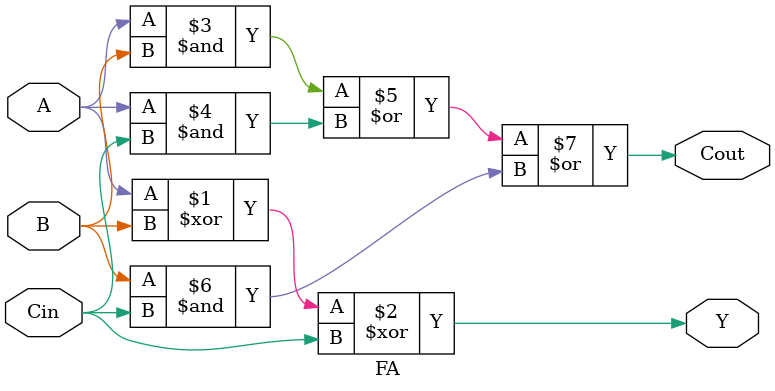
<source format=v>
`timescale 1ns / 1ps


module dadda(
input [3:0] A,
input [3:0] B,
output wire [7:0] y
);
    wire  gen_pp [0:3][3:0];
    // stage-1 sum and carry
    wire [3:0]s1,c1;
    // stage-2 sum and carry
    wire [3:0]s2,c2;
    // stage-3 sum and carry
    wire [3:0]s3,c3;

genvar i;
genvar j;

for(i = 0; i<4; i=i+1)begin
   for(j = 0; j<4;j = j+1)begin
      assign gen_pp[i][j] = A[j]&B[i];
end

end
assign y[0]=gen_pp[0][0];
// stage 1
HA h1(.a(gen_pp[1][0]),.b(gen_pp[0][1]),.Sum(s1[0]),.Cout(c1[0]));

assign y[1]=s1[0];

FA f1(.A(gen_pp[0][2]),.B(gen_pp[1][1]),.Cin(gen_pp[2][0]),.Y(s1[1]),.Cout(c1[1]));
FA f2(.A(gen_pp[0][3]),.B(gen_pp[1][2]),.Cin(gen_pp[2][1]),.Y(s1[2]),.Cout(c1[2]));
FA f3(.A(gen_pp[1][3]),.B(gen_pp[2][2]),.Cin(gen_pp[3][1]),.Y(s1[3]),.Cout(c1[3]));

//stage 2
HA h2(.a(s1[1]),.b(c1[0]),.Sum(s2[0]),.Cout(c2[0]));

assign y[2]=s2[0];
FA f4(.A(s1[2]),.B(c1[1]),.Cin(gen_pp[3][0]),.Y(s2[1]),.Cout(c2[1]));

HA h3(.a(s1[3]),.b(c1[2]),.Sum(s2[2]),.Cout(c2[2]));
FA f5(.A(c1[3]),.B(gen_pp[2][3]),.Cin(gen_pp[3][2]),.Y(s2[3]),.Cout(c2[3]));

//stage 3
HA h4(.a(s2[1]),.b(c2[0]),.Sum(s3[0]),.Cout(c3[0]));
assign y[3]=s3[0];

FA f6(.A(s2[2]),.B(c2[1]),.Cin(c3[0]),.Y(s3[1]),.Cout(c3[1]));

assign y[4]=s3[1];

FA f7(.A(s2[3]),.B(c2[2]),.Cin(c3[1]),.Y(s3[2]),.Cout(c3[2]));
assign y[5]=s3[2];

FA f8(.A(gen_pp[3][3]),.B(c2[3]),.Cin(c3[2]),.Y(s3[3]),.Cout(c3[3]));
assign y[6]=s3[3];
assign y[7]=c3[3];

endmodule

//half adder
module HA(a, b, Sum, Cout);

input a, b; 
output Sum, Cout; 

assign Sum = a ^ b; 
assign Cout = a & b; 

endmodule

//full adder
module FA(A,B,Cin,Y,Cout);
input A,B,Cin;
output Y,Cout;
    
assign Y = A^B^Cin;
assign Cout = (A&B)|(A&Cin)|(B&Cin);
    
endmodule


</source>
